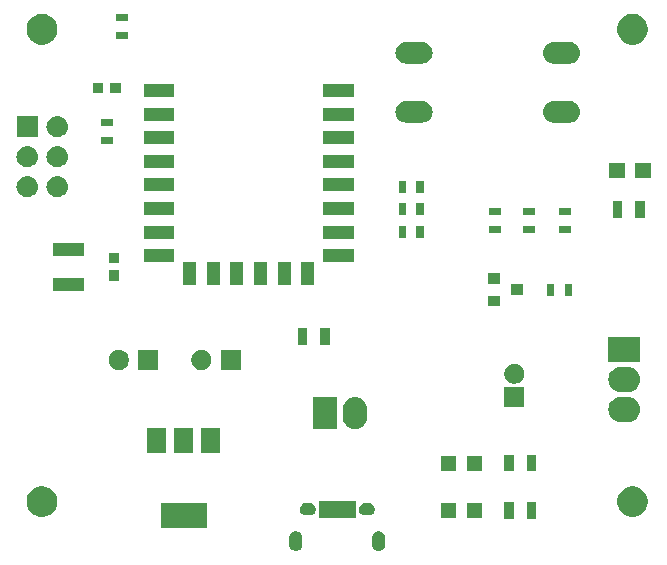
<source format=gbr>
G04 #@! TF.GenerationSoftware,KiCad,Pcbnew,5.0.1*
G04 #@! TF.CreationDate,2018-11-13T22:10:38+00:00*
G04 #@! TF.ProjectId,ESP8266-WS2812B,455350383236362D575332383132422E,rev?*
G04 #@! TF.SameCoordinates,Original*
G04 #@! TF.FileFunction,Soldermask,Top*
G04 #@! TF.FilePolarity,Negative*
%FSLAX46Y46*%
G04 Gerber Fmt 4.6, Leading zero omitted, Abs format (unit mm)*
G04 Created by KiCad (PCBNEW 5.0.1) date Tue 13 Nov 2018 22:10:38 GMT*
%MOMM*%
%LPD*%
G01*
G04 APERTURE LIST*
%ADD10C,0.100000*%
G04 APERTURE END LIST*
D10*
G36*
X126608014Y-147531973D02*
X126711878Y-147563479D01*
X126807600Y-147614644D01*
X126891501Y-147683499D01*
X126960356Y-147767400D01*
X127011521Y-147863121D01*
X127043027Y-147966985D01*
X127051000Y-148047933D01*
X127051000Y-148652067D01*
X127043027Y-148733015D01*
X127011521Y-148836879D01*
X126960356Y-148932600D01*
X126891501Y-149016501D01*
X126807600Y-149085356D01*
X126711879Y-149136521D01*
X126608015Y-149168027D01*
X126500000Y-149178666D01*
X126391986Y-149168027D01*
X126288122Y-149136521D01*
X126192401Y-149085356D01*
X126108500Y-149016501D01*
X126039645Y-148932600D01*
X125988480Y-148836879D01*
X125956973Y-148733015D01*
X125949000Y-148652067D01*
X125949000Y-148047934D01*
X125956973Y-147966986D01*
X125988479Y-147863122D01*
X126039644Y-147767400D01*
X126108499Y-147683499D01*
X126192400Y-147614644D01*
X126288121Y-147563479D01*
X126391985Y-147531973D01*
X126500000Y-147521334D01*
X126608014Y-147531973D01*
X126608014Y-147531973D01*
G37*
G36*
X133608014Y-147531973D02*
X133711878Y-147563479D01*
X133807600Y-147614644D01*
X133891501Y-147683499D01*
X133960356Y-147767400D01*
X134011521Y-147863121D01*
X134043027Y-147966985D01*
X134051000Y-148047933D01*
X134051000Y-148652067D01*
X134043027Y-148733015D01*
X134011521Y-148836879D01*
X133960356Y-148932600D01*
X133891501Y-149016501D01*
X133807600Y-149085356D01*
X133711879Y-149136521D01*
X133608015Y-149168027D01*
X133500000Y-149178666D01*
X133391986Y-149168027D01*
X133288122Y-149136521D01*
X133192401Y-149085356D01*
X133108500Y-149016501D01*
X133039645Y-148932600D01*
X132988480Y-148836879D01*
X132956973Y-148733015D01*
X132949000Y-148652067D01*
X132949000Y-148047934D01*
X132956973Y-147966986D01*
X132988479Y-147863122D01*
X133039644Y-147767400D01*
X133108499Y-147683499D01*
X133192400Y-147614644D01*
X133288121Y-147563479D01*
X133391985Y-147531973D01*
X133500000Y-147521334D01*
X133608014Y-147531973D01*
X133608014Y-147531973D01*
G37*
G36*
X118951000Y-147201000D02*
X115049000Y-147201000D01*
X115049000Y-145099000D01*
X118951000Y-145099000D01*
X118951000Y-147201000D01*
X118951000Y-147201000D01*
G37*
G36*
X146851000Y-146451000D02*
X146049000Y-146451000D01*
X146049000Y-145049000D01*
X146851000Y-145049000D01*
X146851000Y-146451000D01*
X146851000Y-146451000D01*
G37*
G36*
X144951000Y-146451000D02*
X144149000Y-146451000D01*
X144149000Y-145049000D01*
X144951000Y-145049000D01*
X144951000Y-146451000D01*
X144951000Y-146451000D01*
G37*
G36*
X140051000Y-146401000D02*
X138749000Y-146401000D01*
X138749000Y-145099000D01*
X140051000Y-145099000D01*
X140051000Y-146401000D01*
X140051000Y-146401000D01*
G37*
G36*
X142251000Y-146401000D02*
X140949000Y-146401000D01*
X140949000Y-145099000D01*
X142251000Y-145099000D01*
X142251000Y-146401000D01*
X142251000Y-146401000D01*
G37*
G36*
X131551000Y-146376000D02*
X128449000Y-146376000D01*
X128449000Y-144924000D01*
X131551000Y-144924000D01*
X131551000Y-146376000D01*
X131551000Y-146376000D01*
G37*
G36*
X105379485Y-143748996D02*
X105379487Y-143748997D01*
X105379488Y-143748997D01*
X105616255Y-143847069D01*
X105829342Y-143989449D01*
X106010551Y-144170658D01*
X106152931Y-144383745D01*
X106251004Y-144620515D01*
X106301000Y-144871861D01*
X106301000Y-145128139D01*
X106255605Y-145356356D01*
X106251003Y-145379488D01*
X106181663Y-145546890D01*
X106152931Y-145616255D01*
X106010551Y-145829342D01*
X105829342Y-146010551D01*
X105829339Y-146010553D01*
X105616255Y-146152931D01*
X105379488Y-146251003D01*
X105379487Y-146251003D01*
X105379485Y-146251004D01*
X105128139Y-146301000D01*
X104871861Y-146301000D01*
X104620515Y-146251004D01*
X104620513Y-146251003D01*
X104620512Y-146251003D01*
X104383745Y-146152931D01*
X104170661Y-146010553D01*
X104170658Y-146010551D01*
X103989449Y-145829342D01*
X103847069Y-145616255D01*
X103818337Y-145546890D01*
X103748997Y-145379488D01*
X103744396Y-145356356D01*
X103699000Y-145128139D01*
X103699000Y-144871861D01*
X103748996Y-144620515D01*
X103847069Y-144383745D01*
X103989449Y-144170658D01*
X104170658Y-143989449D01*
X104383745Y-143847069D01*
X104620512Y-143748997D01*
X104620513Y-143748997D01*
X104620515Y-143748996D01*
X104871861Y-143699000D01*
X105128139Y-143699000D01*
X105379485Y-143748996D01*
X105379485Y-143748996D01*
G37*
G36*
X155379485Y-143748996D02*
X155379487Y-143748997D01*
X155379488Y-143748997D01*
X155616255Y-143847069D01*
X155829342Y-143989449D01*
X156010551Y-144170658D01*
X156152931Y-144383745D01*
X156251004Y-144620515D01*
X156301000Y-144871861D01*
X156301000Y-145128139D01*
X156255605Y-145356356D01*
X156251003Y-145379488D01*
X156181663Y-145546890D01*
X156152931Y-145616255D01*
X156010551Y-145829342D01*
X155829342Y-146010551D01*
X155829339Y-146010553D01*
X155616255Y-146152931D01*
X155379488Y-146251003D01*
X155379487Y-146251003D01*
X155379485Y-146251004D01*
X155128139Y-146301000D01*
X154871861Y-146301000D01*
X154620515Y-146251004D01*
X154620513Y-146251003D01*
X154620512Y-146251003D01*
X154383745Y-146152931D01*
X154170661Y-146010553D01*
X154170658Y-146010551D01*
X153989449Y-145829342D01*
X153847069Y-145616255D01*
X153818337Y-145546890D01*
X153748997Y-145379488D01*
X153744396Y-145356356D01*
X153699000Y-145128139D01*
X153699000Y-144871861D01*
X153748996Y-144620515D01*
X153847069Y-144383745D01*
X153989449Y-144170658D01*
X154170658Y-143989449D01*
X154383745Y-143847069D01*
X154620512Y-143748997D01*
X154620513Y-143748997D01*
X154620515Y-143748996D01*
X154871861Y-143699000D01*
X155128139Y-143699000D01*
X155379485Y-143748996D01*
X155379485Y-143748996D01*
G37*
G36*
X132753114Y-145131611D02*
X132852265Y-145161688D01*
X132943644Y-145210531D01*
X133023738Y-145276262D01*
X133089469Y-145356356D01*
X133138312Y-145447735D01*
X133168389Y-145546886D01*
X133178545Y-145650000D01*
X133168389Y-145753114D01*
X133138312Y-145852265D01*
X133089469Y-145943644D01*
X133023738Y-146023738D01*
X132943644Y-146089469D01*
X132852265Y-146138312D01*
X132753114Y-146168389D01*
X132675839Y-146176000D01*
X132324161Y-146176000D01*
X132246886Y-146168389D01*
X132147735Y-146138312D01*
X132056356Y-146089469D01*
X131976262Y-146023738D01*
X131910531Y-145943644D01*
X131861688Y-145852265D01*
X131831611Y-145753114D01*
X131821455Y-145650000D01*
X131831611Y-145546886D01*
X131861688Y-145447735D01*
X131910531Y-145356356D01*
X131976262Y-145276262D01*
X132056356Y-145210531D01*
X132147735Y-145161688D01*
X132246886Y-145131611D01*
X132324161Y-145124000D01*
X132675839Y-145124000D01*
X132753114Y-145131611D01*
X132753114Y-145131611D01*
G37*
G36*
X127753114Y-145131611D02*
X127852265Y-145161688D01*
X127943644Y-145210531D01*
X128023738Y-145276262D01*
X128089469Y-145356356D01*
X128138312Y-145447735D01*
X128168389Y-145546886D01*
X128178545Y-145650000D01*
X128168389Y-145753114D01*
X128138312Y-145852265D01*
X128089469Y-145943644D01*
X128023738Y-146023738D01*
X127943644Y-146089469D01*
X127852265Y-146138312D01*
X127753114Y-146168389D01*
X127675839Y-146176000D01*
X127324161Y-146176000D01*
X127246886Y-146168389D01*
X127147735Y-146138312D01*
X127056356Y-146089469D01*
X126976262Y-146023738D01*
X126910531Y-145943644D01*
X126861688Y-145852265D01*
X126831611Y-145753114D01*
X126821455Y-145650000D01*
X126831611Y-145546886D01*
X126861688Y-145447735D01*
X126910531Y-145356356D01*
X126976262Y-145276262D01*
X127056356Y-145210531D01*
X127147735Y-145161688D01*
X127246886Y-145131611D01*
X127324161Y-145124000D01*
X127675839Y-145124000D01*
X127753114Y-145131611D01*
X127753114Y-145131611D01*
G37*
G36*
X146851000Y-142451000D02*
X146049000Y-142451000D01*
X146049000Y-141049000D01*
X146851000Y-141049000D01*
X146851000Y-142451000D01*
X146851000Y-142451000D01*
G37*
G36*
X144951000Y-142451000D02*
X144149000Y-142451000D01*
X144149000Y-141049000D01*
X144951000Y-141049000D01*
X144951000Y-142451000D01*
X144951000Y-142451000D01*
G37*
G36*
X140051000Y-142401000D02*
X138749000Y-142401000D01*
X138749000Y-141099000D01*
X140051000Y-141099000D01*
X140051000Y-142401000D01*
X140051000Y-142401000D01*
G37*
G36*
X142251000Y-142401000D02*
X140949000Y-142401000D01*
X140949000Y-141099000D01*
X142251000Y-141099000D01*
X142251000Y-142401000D01*
X142251000Y-142401000D01*
G37*
G36*
X117801000Y-140901000D02*
X116199000Y-140901000D01*
X116199000Y-138799000D01*
X117801000Y-138799000D01*
X117801000Y-140901000D01*
X117801000Y-140901000D01*
G37*
G36*
X115501000Y-140901000D02*
X113899000Y-140901000D01*
X113899000Y-138799000D01*
X115501000Y-138799000D01*
X115501000Y-140901000D01*
X115501000Y-140901000D01*
G37*
G36*
X120101000Y-140901000D02*
X118499000Y-140901000D01*
X118499000Y-138799000D01*
X120101000Y-138799000D01*
X120101000Y-140901000D01*
X120101000Y-140901000D01*
G37*
G36*
X131706031Y-136164207D02*
X131904145Y-136224305D01*
X132086729Y-136321897D01*
X132246765Y-136453235D01*
X132246766Y-136453237D01*
X132246768Y-136453238D01*
X132325568Y-136549257D01*
X132378103Y-136613271D01*
X132475695Y-136795854D01*
X132535793Y-136993968D01*
X132551000Y-137148370D01*
X132551000Y-137851629D01*
X132535793Y-138006031D01*
X132516357Y-138070101D01*
X132475695Y-138204147D01*
X132454927Y-138243000D01*
X132378103Y-138386729D01*
X132246765Y-138546765D01*
X132086729Y-138678103D01*
X131904146Y-138775695D01*
X131706032Y-138835793D01*
X131500000Y-138856085D01*
X131293969Y-138835793D01*
X131095855Y-138775695D01*
X130913272Y-138678103D01*
X130753236Y-138546765D01*
X130621899Y-138386731D01*
X130524306Y-138204148D01*
X130504273Y-138138108D01*
X130464207Y-138006032D01*
X130449000Y-137851630D01*
X130449000Y-137148371D01*
X130464207Y-136993969D01*
X130524305Y-136795855D01*
X130621897Y-136613271D01*
X130753235Y-136453235D01*
X130753237Y-136453234D01*
X130753238Y-136453232D01*
X130913269Y-136321899D01*
X130913271Y-136321897D01*
X131095854Y-136224305D01*
X131293968Y-136164207D01*
X131500000Y-136143915D01*
X131706031Y-136164207D01*
X131706031Y-136164207D01*
G37*
G36*
X130011000Y-138851000D02*
X127909000Y-138851000D01*
X127909000Y-136149000D01*
X130011000Y-136149000D01*
X130011000Y-138851000D01*
X130011000Y-138851000D01*
G37*
G36*
X154686227Y-136143915D02*
X154811032Y-136156207D01*
X155009146Y-136216305D01*
X155191729Y-136313897D01*
X155351765Y-136445235D01*
X155483103Y-136605271D01*
X155580695Y-136787854D01*
X155640793Y-136985968D01*
X155661085Y-137192000D01*
X155640793Y-137398032D01*
X155580695Y-137596146D01*
X155483103Y-137778729D01*
X155351765Y-137938765D01*
X155191729Y-138070103D01*
X155009146Y-138167695D01*
X154811032Y-138227793D01*
X154687510Y-138239959D01*
X154656631Y-138243000D01*
X153953369Y-138243000D01*
X153922490Y-138239959D01*
X153798968Y-138227793D01*
X153600854Y-138167695D01*
X153418271Y-138070103D01*
X153258235Y-137938765D01*
X153126897Y-137778729D01*
X153029305Y-137596146D01*
X152969207Y-137398032D01*
X152948915Y-137192000D01*
X152969207Y-136985968D01*
X153029305Y-136787854D01*
X153126897Y-136605271D01*
X153258235Y-136445235D01*
X153418271Y-136313897D01*
X153600854Y-136216305D01*
X153798968Y-136156207D01*
X153923773Y-136143915D01*
X153953369Y-136141000D01*
X154656631Y-136141000D01*
X154686227Y-136143915D01*
X154686227Y-136143915D01*
G37*
G36*
X145851000Y-137027000D02*
X144149000Y-137027000D01*
X144149000Y-135325000D01*
X145851000Y-135325000D01*
X145851000Y-137027000D01*
X145851000Y-137027000D01*
G37*
G36*
X154687510Y-133604041D02*
X154811032Y-133616207D01*
X155009146Y-133676305D01*
X155191729Y-133773897D01*
X155351765Y-133905235D01*
X155483103Y-134065271D01*
X155580695Y-134247854D01*
X155640793Y-134445968D01*
X155661085Y-134652000D01*
X155640793Y-134858032D01*
X155580695Y-135056146D01*
X155483103Y-135238729D01*
X155351765Y-135398765D01*
X155191729Y-135530103D01*
X155009146Y-135627695D01*
X154811032Y-135687793D01*
X154687510Y-135699959D01*
X154656631Y-135703000D01*
X153953369Y-135703000D01*
X153922490Y-135699959D01*
X153798968Y-135687793D01*
X153600854Y-135627695D01*
X153418271Y-135530103D01*
X153258235Y-135398765D01*
X153126897Y-135238729D01*
X153029305Y-135056146D01*
X152969207Y-134858032D01*
X152948915Y-134652000D01*
X152969207Y-134445968D01*
X153029305Y-134247854D01*
X153126897Y-134065271D01*
X153258235Y-133905235D01*
X153418271Y-133773897D01*
X153600854Y-133676305D01*
X153798968Y-133616207D01*
X153922490Y-133604041D01*
X153953369Y-133601000D01*
X154656631Y-133601000D01*
X154687510Y-133604041D01*
X154687510Y-133604041D01*
G37*
G36*
X145248228Y-133357703D02*
X145403100Y-133421853D01*
X145542481Y-133514985D01*
X145661015Y-133633519D01*
X145754147Y-133772900D01*
X145818297Y-133927772D01*
X145851000Y-134092184D01*
X145851000Y-134259816D01*
X145818297Y-134424228D01*
X145754147Y-134579100D01*
X145661015Y-134718481D01*
X145542481Y-134837015D01*
X145403100Y-134930147D01*
X145248228Y-134994297D01*
X145083816Y-135027000D01*
X144916184Y-135027000D01*
X144751772Y-134994297D01*
X144596900Y-134930147D01*
X144457519Y-134837015D01*
X144338985Y-134718481D01*
X144245853Y-134579100D01*
X144181703Y-134424228D01*
X144149000Y-134259816D01*
X144149000Y-134092184D01*
X144181703Y-133927772D01*
X144245853Y-133772900D01*
X144338985Y-133633519D01*
X144457519Y-133514985D01*
X144596900Y-133421853D01*
X144751772Y-133357703D01*
X144916184Y-133325000D01*
X145083816Y-133325000D01*
X145248228Y-133357703D01*
X145248228Y-133357703D01*
G37*
G36*
X118748228Y-132181703D02*
X118903100Y-132245853D01*
X119042481Y-132338985D01*
X119161015Y-132457519D01*
X119254147Y-132596900D01*
X119318297Y-132751772D01*
X119351000Y-132916184D01*
X119351000Y-133083816D01*
X119318297Y-133248228D01*
X119254147Y-133403100D01*
X119161015Y-133542481D01*
X119042481Y-133661015D01*
X118903100Y-133754147D01*
X118748228Y-133818297D01*
X118583816Y-133851000D01*
X118416184Y-133851000D01*
X118251772Y-133818297D01*
X118096900Y-133754147D01*
X117957519Y-133661015D01*
X117838985Y-133542481D01*
X117745853Y-133403100D01*
X117681703Y-133248228D01*
X117649000Y-133083816D01*
X117649000Y-132916184D01*
X117681703Y-132751772D01*
X117745853Y-132596900D01*
X117838985Y-132457519D01*
X117957519Y-132338985D01*
X118096900Y-132245853D01*
X118251772Y-132181703D01*
X118416184Y-132149000D01*
X118583816Y-132149000D01*
X118748228Y-132181703D01*
X118748228Y-132181703D01*
G37*
G36*
X114851000Y-133851000D02*
X113149000Y-133851000D01*
X113149000Y-132149000D01*
X114851000Y-132149000D01*
X114851000Y-133851000D01*
X114851000Y-133851000D01*
G37*
G36*
X111748228Y-132181703D02*
X111903100Y-132245853D01*
X112042481Y-132338985D01*
X112161015Y-132457519D01*
X112254147Y-132596900D01*
X112318297Y-132751772D01*
X112351000Y-132916184D01*
X112351000Y-133083816D01*
X112318297Y-133248228D01*
X112254147Y-133403100D01*
X112161015Y-133542481D01*
X112042481Y-133661015D01*
X111903100Y-133754147D01*
X111748228Y-133818297D01*
X111583816Y-133851000D01*
X111416184Y-133851000D01*
X111251772Y-133818297D01*
X111096900Y-133754147D01*
X110957519Y-133661015D01*
X110838985Y-133542481D01*
X110745853Y-133403100D01*
X110681703Y-133248228D01*
X110649000Y-133083816D01*
X110649000Y-132916184D01*
X110681703Y-132751772D01*
X110745853Y-132596900D01*
X110838985Y-132457519D01*
X110957519Y-132338985D01*
X111096900Y-132245853D01*
X111251772Y-132181703D01*
X111416184Y-132149000D01*
X111583816Y-132149000D01*
X111748228Y-132181703D01*
X111748228Y-132181703D01*
G37*
G36*
X121851000Y-133851000D02*
X120149000Y-133851000D01*
X120149000Y-132149000D01*
X121851000Y-132149000D01*
X121851000Y-133851000D01*
X121851000Y-133851000D01*
G37*
G36*
X155656000Y-133163000D02*
X152954000Y-133163000D01*
X152954000Y-131061000D01*
X155656000Y-131061000D01*
X155656000Y-133163000D01*
X155656000Y-133163000D01*
G37*
G36*
X127451000Y-131701000D02*
X126649000Y-131701000D01*
X126649000Y-130299000D01*
X127451000Y-130299000D01*
X127451000Y-131701000D01*
X127451000Y-131701000D01*
G37*
G36*
X129351000Y-131701000D02*
X128549000Y-131701000D01*
X128549000Y-130299000D01*
X129351000Y-130299000D01*
X129351000Y-131701000D01*
X129351000Y-131701000D01*
G37*
G36*
X143741000Y-128465000D02*
X142739000Y-128465000D01*
X142739000Y-127563000D01*
X143741000Y-127563000D01*
X143741000Y-128465000D01*
X143741000Y-128465000D01*
G37*
G36*
X149863000Y-127565000D02*
X149261000Y-127565000D01*
X149261000Y-126563000D01*
X149863000Y-126563000D01*
X149863000Y-127565000D01*
X149863000Y-127565000D01*
G37*
G36*
X148363000Y-127565000D02*
X147761000Y-127565000D01*
X147761000Y-126563000D01*
X148363000Y-126563000D01*
X148363000Y-127565000D01*
X148363000Y-127565000D01*
G37*
G36*
X145741000Y-127515000D02*
X144739000Y-127515000D01*
X144739000Y-126613000D01*
X145741000Y-126613000D01*
X145741000Y-127515000D01*
X145741000Y-127515000D01*
G37*
G36*
X108561000Y-127171000D02*
X105959000Y-127171000D01*
X105959000Y-126069000D01*
X108561000Y-126069000D01*
X108561000Y-127171000D01*
X108561000Y-127171000D01*
G37*
G36*
X128051000Y-126641000D02*
X126949000Y-126641000D01*
X126949000Y-124739000D01*
X128051000Y-124739000D01*
X128051000Y-126641000D01*
X128051000Y-126641000D01*
G37*
G36*
X118051000Y-126641000D02*
X116949000Y-126641000D01*
X116949000Y-124739000D01*
X118051000Y-124739000D01*
X118051000Y-126641000D01*
X118051000Y-126641000D01*
G37*
G36*
X122051000Y-126641000D02*
X120949000Y-126641000D01*
X120949000Y-124739000D01*
X122051000Y-124739000D01*
X122051000Y-126641000D01*
X122051000Y-126641000D01*
G37*
G36*
X124051000Y-126641000D02*
X122949000Y-126641000D01*
X122949000Y-124739000D01*
X124051000Y-124739000D01*
X124051000Y-126641000D01*
X124051000Y-126641000D01*
G37*
G36*
X126051000Y-126641000D02*
X124949000Y-126641000D01*
X124949000Y-124739000D01*
X126051000Y-124739000D01*
X126051000Y-126641000D01*
X126051000Y-126641000D01*
G37*
G36*
X120051000Y-126641000D02*
X118949000Y-126641000D01*
X118949000Y-124739000D01*
X120051000Y-124739000D01*
X120051000Y-126641000D01*
X120051000Y-126641000D01*
G37*
G36*
X143741000Y-126565000D02*
X142739000Y-126565000D01*
X142739000Y-125663000D01*
X143741000Y-125663000D01*
X143741000Y-126565000D01*
X143741000Y-126565000D01*
G37*
G36*
X111496000Y-126321000D02*
X110644000Y-126321000D01*
X110644000Y-125419000D01*
X111496000Y-125419000D01*
X111496000Y-126321000D01*
X111496000Y-126321000D01*
G37*
G36*
X111496000Y-124821000D02*
X110644000Y-124821000D01*
X110644000Y-123919000D01*
X111496000Y-123919000D01*
X111496000Y-124821000D01*
X111496000Y-124821000D01*
G37*
G36*
X116201000Y-124741000D02*
X113599000Y-124741000D01*
X113599000Y-123639000D01*
X116201000Y-123639000D01*
X116201000Y-124741000D01*
X116201000Y-124741000D01*
G37*
G36*
X131401000Y-124741000D02*
X128799000Y-124741000D01*
X128799000Y-123639000D01*
X131401000Y-123639000D01*
X131401000Y-124741000D01*
X131401000Y-124741000D01*
G37*
G36*
X108561000Y-124171000D02*
X105959000Y-124171000D01*
X105959000Y-123069000D01*
X108561000Y-123069000D01*
X108561000Y-124171000D01*
X108561000Y-124171000D01*
G37*
G36*
X116201000Y-122741000D02*
X113599000Y-122741000D01*
X113599000Y-121639000D01*
X116201000Y-121639000D01*
X116201000Y-122741000D01*
X116201000Y-122741000D01*
G37*
G36*
X131401000Y-122741000D02*
X128799000Y-122741000D01*
X128799000Y-121639000D01*
X131401000Y-121639000D01*
X131401000Y-122741000D01*
X131401000Y-122741000D01*
G37*
G36*
X135806000Y-122660000D02*
X135204000Y-122660000D01*
X135204000Y-121658000D01*
X135806000Y-121658000D01*
X135806000Y-122660000D01*
X135806000Y-122660000D01*
G37*
G36*
X137306000Y-122660000D02*
X136704000Y-122660000D01*
X136704000Y-121658000D01*
X137306000Y-121658000D01*
X137306000Y-122660000D01*
X137306000Y-122660000D01*
G37*
G36*
X149821000Y-122273000D02*
X148819000Y-122273000D01*
X148819000Y-121671000D01*
X149821000Y-121671000D01*
X149821000Y-122273000D01*
X149821000Y-122273000D01*
G37*
G36*
X146773000Y-122273000D02*
X145771000Y-122273000D01*
X145771000Y-121671000D01*
X146773000Y-121671000D01*
X146773000Y-122273000D01*
X146773000Y-122273000D01*
G37*
G36*
X143852000Y-122273000D02*
X142850000Y-122273000D01*
X142850000Y-121671000D01*
X143852000Y-121671000D01*
X143852000Y-122273000D01*
X143852000Y-122273000D01*
G37*
G36*
X156021000Y-120955000D02*
X155219000Y-120955000D01*
X155219000Y-119553000D01*
X156021000Y-119553000D01*
X156021000Y-120955000D01*
X156021000Y-120955000D01*
G37*
G36*
X154121000Y-120955000D02*
X153319000Y-120955000D01*
X153319000Y-119553000D01*
X154121000Y-119553000D01*
X154121000Y-120955000D01*
X154121000Y-120955000D01*
G37*
G36*
X146773000Y-120773000D02*
X145771000Y-120773000D01*
X145771000Y-120171000D01*
X146773000Y-120171000D01*
X146773000Y-120773000D01*
X146773000Y-120773000D01*
G37*
G36*
X143852000Y-120773000D02*
X142850000Y-120773000D01*
X142850000Y-120171000D01*
X143852000Y-120171000D01*
X143852000Y-120773000D01*
X143852000Y-120773000D01*
G37*
G36*
X149821000Y-120773000D02*
X148819000Y-120773000D01*
X148819000Y-120171000D01*
X149821000Y-120171000D01*
X149821000Y-120773000D01*
X149821000Y-120773000D01*
G37*
G36*
X137306000Y-120755000D02*
X136704000Y-120755000D01*
X136704000Y-119753000D01*
X137306000Y-119753000D01*
X137306000Y-120755000D01*
X137306000Y-120755000D01*
G37*
G36*
X135806000Y-120755000D02*
X135204000Y-120755000D01*
X135204000Y-119753000D01*
X135806000Y-119753000D01*
X135806000Y-120755000D01*
X135806000Y-120755000D01*
G37*
G36*
X116201000Y-120741000D02*
X113599000Y-120741000D01*
X113599000Y-119639000D01*
X116201000Y-119639000D01*
X116201000Y-120741000D01*
X116201000Y-120741000D01*
G37*
G36*
X131401000Y-120741000D02*
X128799000Y-120741000D01*
X128799000Y-119639000D01*
X131401000Y-119639000D01*
X131401000Y-120741000D01*
X131401000Y-120741000D01*
G37*
G36*
X106400442Y-117435518D02*
X106466627Y-117442037D01*
X106579853Y-117476384D01*
X106636467Y-117493557D01*
X106775087Y-117567652D01*
X106792991Y-117577222D01*
X106824401Y-117603000D01*
X106930186Y-117689814D01*
X107013448Y-117791271D01*
X107042778Y-117827009D01*
X107042779Y-117827011D01*
X107126443Y-117983533D01*
X107126443Y-117983534D01*
X107177963Y-118153373D01*
X107195359Y-118330000D01*
X107177963Y-118506627D01*
X107143616Y-118619853D01*
X107126443Y-118676467D01*
X107091949Y-118741000D01*
X107042778Y-118832991D01*
X107028819Y-118850000D01*
X106930186Y-118970186D01*
X106828729Y-119053448D01*
X106792991Y-119082778D01*
X106792989Y-119082779D01*
X106636467Y-119166443D01*
X106579853Y-119183616D01*
X106466627Y-119217963D01*
X106400442Y-119224482D01*
X106334260Y-119231000D01*
X106245740Y-119231000D01*
X106179558Y-119224482D01*
X106113373Y-119217963D01*
X106000147Y-119183616D01*
X105943533Y-119166443D01*
X105787011Y-119082779D01*
X105787009Y-119082778D01*
X105751271Y-119053448D01*
X105649814Y-118970186D01*
X105551181Y-118850000D01*
X105537222Y-118832991D01*
X105488051Y-118741000D01*
X105453557Y-118676467D01*
X105436384Y-118619853D01*
X105402037Y-118506627D01*
X105384641Y-118330000D01*
X105402037Y-118153373D01*
X105453557Y-117983534D01*
X105453557Y-117983533D01*
X105537221Y-117827011D01*
X105537222Y-117827009D01*
X105566552Y-117791271D01*
X105649814Y-117689814D01*
X105755599Y-117603000D01*
X105787009Y-117577222D01*
X105804913Y-117567652D01*
X105943533Y-117493557D01*
X106000147Y-117476384D01*
X106113373Y-117442037D01*
X106179558Y-117435518D01*
X106245740Y-117429000D01*
X106334260Y-117429000D01*
X106400442Y-117435518D01*
X106400442Y-117435518D01*
G37*
G36*
X103860442Y-117435518D02*
X103926627Y-117442037D01*
X104039853Y-117476384D01*
X104096467Y-117493557D01*
X104235087Y-117567652D01*
X104252991Y-117577222D01*
X104284401Y-117603000D01*
X104390186Y-117689814D01*
X104473448Y-117791271D01*
X104502778Y-117827009D01*
X104502779Y-117827011D01*
X104586443Y-117983533D01*
X104586443Y-117983534D01*
X104637963Y-118153373D01*
X104655359Y-118330000D01*
X104637963Y-118506627D01*
X104603616Y-118619853D01*
X104586443Y-118676467D01*
X104551949Y-118741000D01*
X104502778Y-118832991D01*
X104488819Y-118850000D01*
X104390186Y-118970186D01*
X104288729Y-119053448D01*
X104252991Y-119082778D01*
X104252989Y-119082779D01*
X104096467Y-119166443D01*
X104039853Y-119183616D01*
X103926627Y-119217963D01*
X103860442Y-119224482D01*
X103794260Y-119231000D01*
X103705740Y-119231000D01*
X103639558Y-119224482D01*
X103573373Y-119217963D01*
X103460147Y-119183616D01*
X103403533Y-119166443D01*
X103247011Y-119082779D01*
X103247009Y-119082778D01*
X103211271Y-119053448D01*
X103109814Y-118970186D01*
X103011181Y-118850000D01*
X102997222Y-118832991D01*
X102948051Y-118741000D01*
X102913557Y-118676467D01*
X102896384Y-118619853D01*
X102862037Y-118506627D01*
X102844641Y-118330000D01*
X102862037Y-118153373D01*
X102913557Y-117983534D01*
X102913557Y-117983533D01*
X102997221Y-117827011D01*
X102997222Y-117827009D01*
X103026552Y-117791271D01*
X103109814Y-117689814D01*
X103215599Y-117603000D01*
X103247009Y-117577222D01*
X103264913Y-117567652D01*
X103403533Y-117493557D01*
X103460147Y-117476384D01*
X103573373Y-117442037D01*
X103639558Y-117435518D01*
X103705740Y-117429000D01*
X103794260Y-117429000D01*
X103860442Y-117435518D01*
X103860442Y-117435518D01*
G37*
G36*
X135806000Y-118850000D02*
X135204000Y-118850000D01*
X135204000Y-117848000D01*
X135806000Y-117848000D01*
X135806000Y-118850000D01*
X135806000Y-118850000D01*
G37*
G36*
X137306000Y-118850000D02*
X136704000Y-118850000D01*
X136704000Y-117848000D01*
X137306000Y-117848000D01*
X137306000Y-118850000D01*
X137306000Y-118850000D01*
G37*
G36*
X131401000Y-118741000D02*
X128799000Y-118741000D01*
X128799000Y-117639000D01*
X131401000Y-117639000D01*
X131401000Y-118741000D01*
X131401000Y-118741000D01*
G37*
G36*
X116201000Y-118741000D02*
X113599000Y-118741000D01*
X113599000Y-117639000D01*
X116201000Y-117639000D01*
X116201000Y-118741000D01*
X116201000Y-118741000D01*
G37*
G36*
X154348000Y-117603000D02*
X153046000Y-117603000D01*
X153046000Y-116301000D01*
X154348000Y-116301000D01*
X154348000Y-117603000D01*
X154348000Y-117603000D01*
G37*
G36*
X156548000Y-117603000D02*
X155246000Y-117603000D01*
X155246000Y-116301000D01*
X156548000Y-116301000D01*
X156548000Y-117603000D01*
X156548000Y-117603000D01*
G37*
G36*
X131401000Y-116741000D02*
X128799000Y-116741000D01*
X128799000Y-115639000D01*
X131401000Y-115639000D01*
X131401000Y-116741000D01*
X131401000Y-116741000D01*
G37*
G36*
X116201000Y-116741000D02*
X113599000Y-116741000D01*
X113599000Y-115639000D01*
X116201000Y-115639000D01*
X116201000Y-116741000D01*
X116201000Y-116741000D01*
G37*
G36*
X106400443Y-114895519D02*
X106466627Y-114902037D01*
X106579853Y-114936384D01*
X106636467Y-114953557D01*
X106775087Y-115027652D01*
X106792991Y-115037222D01*
X106828729Y-115066552D01*
X106930186Y-115149814D01*
X107013448Y-115251271D01*
X107042778Y-115287009D01*
X107042779Y-115287011D01*
X107126443Y-115443533D01*
X107126443Y-115443534D01*
X107177963Y-115613373D01*
X107195359Y-115790000D01*
X107177963Y-115966627D01*
X107143616Y-116079853D01*
X107126443Y-116136467D01*
X107052348Y-116275087D01*
X107042778Y-116292991D01*
X107036205Y-116301000D01*
X106930186Y-116430186D01*
X106828729Y-116513448D01*
X106792991Y-116542778D01*
X106792989Y-116542779D01*
X106636467Y-116626443D01*
X106579853Y-116643616D01*
X106466627Y-116677963D01*
X106400443Y-116684481D01*
X106334260Y-116691000D01*
X106245740Y-116691000D01*
X106179557Y-116684481D01*
X106113373Y-116677963D01*
X106000147Y-116643616D01*
X105943533Y-116626443D01*
X105787011Y-116542779D01*
X105787009Y-116542778D01*
X105751271Y-116513448D01*
X105649814Y-116430186D01*
X105543795Y-116301000D01*
X105537222Y-116292991D01*
X105527652Y-116275087D01*
X105453557Y-116136467D01*
X105436384Y-116079853D01*
X105402037Y-115966627D01*
X105384641Y-115790000D01*
X105402037Y-115613373D01*
X105453557Y-115443534D01*
X105453557Y-115443533D01*
X105537221Y-115287011D01*
X105537222Y-115287009D01*
X105566552Y-115251271D01*
X105649814Y-115149814D01*
X105751271Y-115066552D01*
X105787009Y-115037222D01*
X105804913Y-115027652D01*
X105943533Y-114953557D01*
X106000147Y-114936384D01*
X106113373Y-114902037D01*
X106179557Y-114895519D01*
X106245740Y-114889000D01*
X106334260Y-114889000D01*
X106400443Y-114895519D01*
X106400443Y-114895519D01*
G37*
G36*
X103860443Y-114895519D02*
X103926627Y-114902037D01*
X104039853Y-114936384D01*
X104096467Y-114953557D01*
X104235087Y-115027652D01*
X104252991Y-115037222D01*
X104288729Y-115066552D01*
X104390186Y-115149814D01*
X104473448Y-115251271D01*
X104502778Y-115287009D01*
X104502779Y-115287011D01*
X104586443Y-115443533D01*
X104586443Y-115443534D01*
X104637963Y-115613373D01*
X104655359Y-115790000D01*
X104637963Y-115966627D01*
X104603616Y-116079853D01*
X104586443Y-116136467D01*
X104512348Y-116275087D01*
X104502778Y-116292991D01*
X104496205Y-116301000D01*
X104390186Y-116430186D01*
X104288729Y-116513448D01*
X104252991Y-116542778D01*
X104252989Y-116542779D01*
X104096467Y-116626443D01*
X104039853Y-116643616D01*
X103926627Y-116677963D01*
X103860443Y-116684481D01*
X103794260Y-116691000D01*
X103705740Y-116691000D01*
X103639557Y-116684481D01*
X103573373Y-116677963D01*
X103460147Y-116643616D01*
X103403533Y-116626443D01*
X103247011Y-116542779D01*
X103247009Y-116542778D01*
X103211271Y-116513448D01*
X103109814Y-116430186D01*
X103003795Y-116301000D01*
X102997222Y-116292991D01*
X102987652Y-116275087D01*
X102913557Y-116136467D01*
X102896384Y-116079853D01*
X102862037Y-115966627D01*
X102844641Y-115790000D01*
X102862037Y-115613373D01*
X102913557Y-115443534D01*
X102913557Y-115443533D01*
X102997221Y-115287011D01*
X102997222Y-115287009D01*
X103026552Y-115251271D01*
X103109814Y-115149814D01*
X103211271Y-115066552D01*
X103247009Y-115037222D01*
X103264913Y-115027652D01*
X103403533Y-114953557D01*
X103460147Y-114936384D01*
X103573373Y-114902037D01*
X103639557Y-114895519D01*
X103705740Y-114889000D01*
X103794260Y-114889000D01*
X103860443Y-114895519D01*
X103860443Y-114895519D01*
G37*
G36*
X116201000Y-114741000D02*
X113599000Y-114741000D01*
X113599000Y-113639000D01*
X116201000Y-113639000D01*
X116201000Y-114741000D01*
X116201000Y-114741000D01*
G37*
G36*
X131401000Y-114741000D02*
X128799000Y-114741000D01*
X128799000Y-113639000D01*
X131401000Y-113639000D01*
X131401000Y-114741000D01*
X131401000Y-114741000D01*
G37*
G36*
X110991000Y-114701000D02*
X109989000Y-114701000D01*
X109989000Y-114099000D01*
X110991000Y-114099000D01*
X110991000Y-114701000D01*
X110991000Y-114701000D01*
G37*
G36*
X104651000Y-114151000D02*
X102849000Y-114151000D01*
X102849000Y-112349000D01*
X104651000Y-112349000D01*
X104651000Y-114151000D01*
X104651000Y-114151000D01*
G37*
G36*
X106400442Y-112355518D02*
X106466627Y-112362037D01*
X106579853Y-112396384D01*
X106636467Y-112413557D01*
X106775087Y-112487652D01*
X106792991Y-112497222D01*
X106828729Y-112526552D01*
X106930186Y-112609814D01*
X107013448Y-112711271D01*
X107042778Y-112747009D01*
X107042779Y-112747011D01*
X107126443Y-112903533D01*
X107126443Y-112903534D01*
X107177963Y-113073373D01*
X107195359Y-113250000D01*
X107177963Y-113426627D01*
X107143616Y-113539853D01*
X107126443Y-113596467D01*
X107103708Y-113639000D01*
X107042778Y-113752991D01*
X107013448Y-113788729D01*
X106930186Y-113890186D01*
X106828729Y-113973448D01*
X106792991Y-114002778D01*
X106792989Y-114002779D01*
X106636467Y-114086443D01*
X106595071Y-114099000D01*
X106466627Y-114137963D01*
X106400442Y-114144482D01*
X106334260Y-114151000D01*
X106245740Y-114151000D01*
X106179558Y-114144482D01*
X106113373Y-114137963D01*
X105984929Y-114099000D01*
X105943533Y-114086443D01*
X105787011Y-114002779D01*
X105787009Y-114002778D01*
X105751271Y-113973448D01*
X105649814Y-113890186D01*
X105566552Y-113788729D01*
X105537222Y-113752991D01*
X105476292Y-113639000D01*
X105453557Y-113596467D01*
X105436384Y-113539853D01*
X105402037Y-113426627D01*
X105384641Y-113250000D01*
X105402037Y-113073373D01*
X105453557Y-112903534D01*
X105453557Y-112903533D01*
X105537221Y-112747011D01*
X105537222Y-112747009D01*
X105566552Y-112711271D01*
X105649814Y-112609814D01*
X105751271Y-112526552D01*
X105787009Y-112497222D01*
X105804913Y-112487652D01*
X105943533Y-112413557D01*
X106000147Y-112396384D01*
X106113373Y-112362037D01*
X106179558Y-112355518D01*
X106245740Y-112349000D01*
X106334260Y-112349000D01*
X106400442Y-112355518D01*
X106400442Y-112355518D01*
G37*
G36*
X110991000Y-113201000D02*
X109989000Y-113201000D01*
X109989000Y-112599000D01*
X110991000Y-112599000D01*
X110991000Y-113201000D01*
X110991000Y-113201000D01*
G37*
G36*
X137339694Y-111098633D02*
X137512094Y-111150931D01*
X137512096Y-111150932D01*
X137670983Y-111235859D01*
X137670985Y-111235860D01*
X137670984Y-111235860D01*
X137810249Y-111350151D01*
X137924540Y-111489416D01*
X138009469Y-111648306D01*
X138061767Y-111820706D01*
X138079425Y-112000000D01*
X138061767Y-112179294D01*
X138010286Y-112349000D01*
X138009468Y-112351696D01*
X137924541Y-112510583D01*
X137810249Y-112649849D01*
X137670983Y-112764141D01*
X137512096Y-112849068D01*
X137512094Y-112849069D01*
X137339694Y-112901367D01*
X137205331Y-112914600D01*
X135794669Y-112914600D01*
X135660306Y-112901367D01*
X135487906Y-112849069D01*
X135487904Y-112849068D01*
X135329017Y-112764141D01*
X135189751Y-112649849D01*
X135075459Y-112510583D01*
X134990532Y-112351696D01*
X134989714Y-112349000D01*
X134938233Y-112179294D01*
X134920575Y-112000000D01*
X134938233Y-111820706D01*
X134990531Y-111648306D01*
X135075460Y-111489416D01*
X135189751Y-111350151D01*
X135329016Y-111235860D01*
X135329015Y-111235860D01*
X135329017Y-111235859D01*
X135487904Y-111150932D01*
X135487906Y-111150931D01*
X135660306Y-111098633D01*
X135794669Y-111085400D01*
X137205331Y-111085400D01*
X137339694Y-111098633D01*
X137339694Y-111098633D01*
G37*
G36*
X149839694Y-111098633D02*
X150012094Y-111150931D01*
X150012096Y-111150932D01*
X150170983Y-111235859D01*
X150170985Y-111235860D01*
X150170984Y-111235860D01*
X150310249Y-111350151D01*
X150424540Y-111489416D01*
X150509469Y-111648306D01*
X150561767Y-111820706D01*
X150579425Y-112000000D01*
X150561767Y-112179294D01*
X150510286Y-112349000D01*
X150509468Y-112351696D01*
X150424541Y-112510583D01*
X150310249Y-112649849D01*
X150170983Y-112764141D01*
X150012096Y-112849068D01*
X150012094Y-112849069D01*
X149839694Y-112901367D01*
X149705331Y-112914600D01*
X148294669Y-112914600D01*
X148160306Y-112901367D01*
X147987906Y-112849069D01*
X147987904Y-112849068D01*
X147829017Y-112764141D01*
X147689751Y-112649849D01*
X147575459Y-112510583D01*
X147490532Y-112351696D01*
X147489714Y-112349000D01*
X147438233Y-112179294D01*
X147420575Y-112000000D01*
X147438233Y-111820706D01*
X147490531Y-111648306D01*
X147575460Y-111489416D01*
X147689751Y-111350151D01*
X147829016Y-111235860D01*
X147829015Y-111235860D01*
X147829017Y-111235859D01*
X147987904Y-111150932D01*
X147987906Y-111150931D01*
X148160306Y-111098633D01*
X148294669Y-111085400D01*
X149705331Y-111085400D01*
X149839694Y-111098633D01*
X149839694Y-111098633D01*
G37*
G36*
X131401000Y-112741000D02*
X128799000Y-112741000D01*
X128799000Y-111639000D01*
X131401000Y-111639000D01*
X131401000Y-112741000D01*
X131401000Y-112741000D01*
G37*
G36*
X116201000Y-112741000D02*
X113599000Y-112741000D01*
X113599000Y-111639000D01*
X116201000Y-111639000D01*
X116201000Y-112741000D01*
X116201000Y-112741000D01*
G37*
G36*
X131401000Y-110741000D02*
X128799000Y-110741000D01*
X128799000Y-109639000D01*
X131401000Y-109639000D01*
X131401000Y-110741000D01*
X131401000Y-110741000D01*
G37*
G36*
X116201000Y-110741000D02*
X113599000Y-110741000D01*
X113599000Y-109639000D01*
X116201000Y-109639000D01*
X116201000Y-110741000D01*
X116201000Y-110741000D01*
G37*
G36*
X111691000Y-110426000D02*
X110789000Y-110426000D01*
X110789000Y-109574000D01*
X111691000Y-109574000D01*
X111691000Y-110426000D01*
X111691000Y-110426000D01*
G37*
G36*
X110191000Y-110426000D02*
X109289000Y-110426000D01*
X109289000Y-109574000D01*
X110191000Y-109574000D01*
X110191000Y-110426000D01*
X110191000Y-110426000D01*
G37*
G36*
X149839694Y-106098633D02*
X150012094Y-106150931D01*
X150012096Y-106150932D01*
X150170983Y-106235859D01*
X150170985Y-106235860D01*
X150170984Y-106235860D01*
X150310249Y-106350151D01*
X150424540Y-106489416D01*
X150509469Y-106648306D01*
X150561767Y-106820706D01*
X150579425Y-107000000D01*
X150561767Y-107179294D01*
X150509469Y-107351694D01*
X150509468Y-107351696D01*
X150424541Y-107510583D01*
X150310249Y-107649849D01*
X150170983Y-107764141D01*
X150012096Y-107849068D01*
X150012094Y-107849069D01*
X149839694Y-107901367D01*
X149705331Y-107914600D01*
X148294669Y-107914600D01*
X148160306Y-107901367D01*
X147987906Y-107849069D01*
X147987904Y-107849068D01*
X147829017Y-107764141D01*
X147689751Y-107649849D01*
X147575459Y-107510583D01*
X147490532Y-107351696D01*
X147490531Y-107351694D01*
X147438233Y-107179294D01*
X147420575Y-107000000D01*
X147438233Y-106820706D01*
X147490531Y-106648306D01*
X147575460Y-106489416D01*
X147689751Y-106350151D01*
X147829016Y-106235860D01*
X147829015Y-106235860D01*
X147829017Y-106235859D01*
X147987904Y-106150932D01*
X147987906Y-106150931D01*
X148160306Y-106098633D01*
X148294669Y-106085400D01*
X149705331Y-106085400D01*
X149839694Y-106098633D01*
X149839694Y-106098633D01*
G37*
G36*
X137339694Y-106098633D02*
X137512094Y-106150931D01*
X137512096Y-106150932D01*
X137670983Y-106235859D01*
X137670985Y-106235860D01*
X137670984Y-106235860D01*
X137810249Y-106350151D01*
X137924540Y-106489416D01*
X138009469Y-106648306D01*
X138061767Y-106820706D01*
X138079425Y-107000000D01*
X138061767Y-107179294D01*
X138009469Y-107351694D01*
X138009468Y-107351696D01*
X137924541Y-107510583D01*
X137810249Y-107649849D01*
X137670983Y-107764141D01*
X137512096Y-107849068D01*
X137512094Y-107849069D01*
X137339694Y-107901367D01*
X137205331Y-107914600D01*
X135794669Y-107914600D01*
X135660306Y-107901367D01*
X135487906Y-107849069D01*
X135487904Y-107849068D01*
X135329017Y-107764141D01*
X135189751Y-107649849D01*
X135075459Y-107510583D01*
X134990532Y-107351696D01*
X134990531Y-107351694D01*
X134938233Y-107179294D01*
X134920575Y-107000000D01*
X134938233Y-106820706D01*
X134990531Y-106648306D01*
X135075460Y-106489416D01*
X135189751Y-106350151D01*
X135329016Y-106235860D01*
X135329015Y-106235860D01*
X135329017Y-106235859D01*
X135487904Y-106150932D01*
X135487906Y-106150931D01*
X135660306Y-106098633D01*
X135794669Y-106085400D01*
X137205331Y-106085400D01*
X137339694Y-106098633D01*
X137339694Y-106098633D01*
G37*
G36*
X105379485Y-103748996D02*
X105379487Y-103748997D01*
X105379488Y-103748997D01*
X105616255Y-103847069D01*
X105829342Y-103989449D01*
X106010551Y-104170658D01*
X106152931Y-104383745D01*
X106251004Y-104620515D01*
X106301000Y-104871861D01*
X106301000Y-105128139D01*
X106251004Y-105379485D01*
X106152931Y-105616255D01*
X106010551Y-105829342D01*
X105829342Y-106010551D01*
X105829339Y-106010553D01*
X105616255Y-106152931D01*
X105379488Y-106251003D01*
X105379487Y-106251003D01*
X105379485Y-106251004D01*
X105128139Y-106301000D01*
X104871861Y-106301000D01*
X104620515Y-106251004D01*
X104620513Y-106251003D01*
X104620512Y-106251003D01*
X104383745Y-106152931D01*
X104170661Y-106010553D01*
X104170658Y-106010551D01*
X103989449Y-105829342D01*
X103847069Y-105616255D01*
X103748996Y-105379485D01*
X103699000Y-105128139D01*
X103699000Y-104871861D01*
X103748996Y-104620515D01*
X103847069Y-104383745D01*
X103989449Y-104170658D01*
X104170658Y-103989449D01*
X104383745Y-103847069D01*
X104620512Y-103748997D01*
X104620513Y-103748997D01*
X104620515Y-103748996D01*
X104871861Y-103699000D01*
X105128139Y-103699000D01*
X105379485Y-103748996D01*
X105379485Y-103748996D01*
G37*
G36*
X155379485Y-103748996D02*
X155379487Y-103748997D01*
X155379488Y-103748997D01*
X155616255Y-103847069D01*
X155829342Y-103989449D01*
X156010551Y-104170658D01*
X156152931Y-104383745D01*
X156251004Y-104620515D01*
X156301000Y-104871861D01*
X156301000Y-105128139D01*
X156251004Y-105379485D01*
X156152931Y-105616255D01*
X156010551Y-105829342D01*
X155829342Y-106010551D01*
X155829339Y-106010553D01*
X155616255Y-106152931D01*
X155379488Y-106251003D01*
X155379487Y-106251003D01*
X155379485Y-106251004D01*
X155128139Y-106301000D01*
X154871861Y-106301000D01*
X154620515Y-106251004D01*
X154620513Y-106251003D01*
X154620512Y-106251003D01*
X154383745Y-106152931D01*
X154170661Y-106010553D01*
X154170658Y-106010551D01*
X153989449Y-105829342D01*
X153847069Y-105616255D01*
X153748996Y-105379485D01*
X153699000Y-105128139D01*
X153699000Y-104871861D01*
X153748996Y-104620515D01*
X153847069Y-104383745D01*
X153989449Y-104170658D01*
X154170658Y-103989449D01*
X154383745Y-103847069D01*
X154620512Y-103748997D01*
X154620513Y-103748997D01*
X154620515Y-103748996D01*
X154871861Y-103699000D01*
X155128139Y-103699000D01*
X155379485Y-103748996D01*
X155379485Y-103748996D01*
G37*
G36*
X112261000Y-105811000D02*
X111259000Y-105811000D01*
X111259000Y-105209000D01*
X112261000Y-105209000D01*
X112261000Y-105811000D01*
X112261000Y-105811000D01*
G37*
G36*
X112261000Y-104311000D02*
X111259000Y-104311000D01*
X111259000Y-103709000D01*
X112261000Y-103709000D01*
X112261000Y-104311000D01*
X112261000Y-104311000D01*
G37*
M02*

</source>
